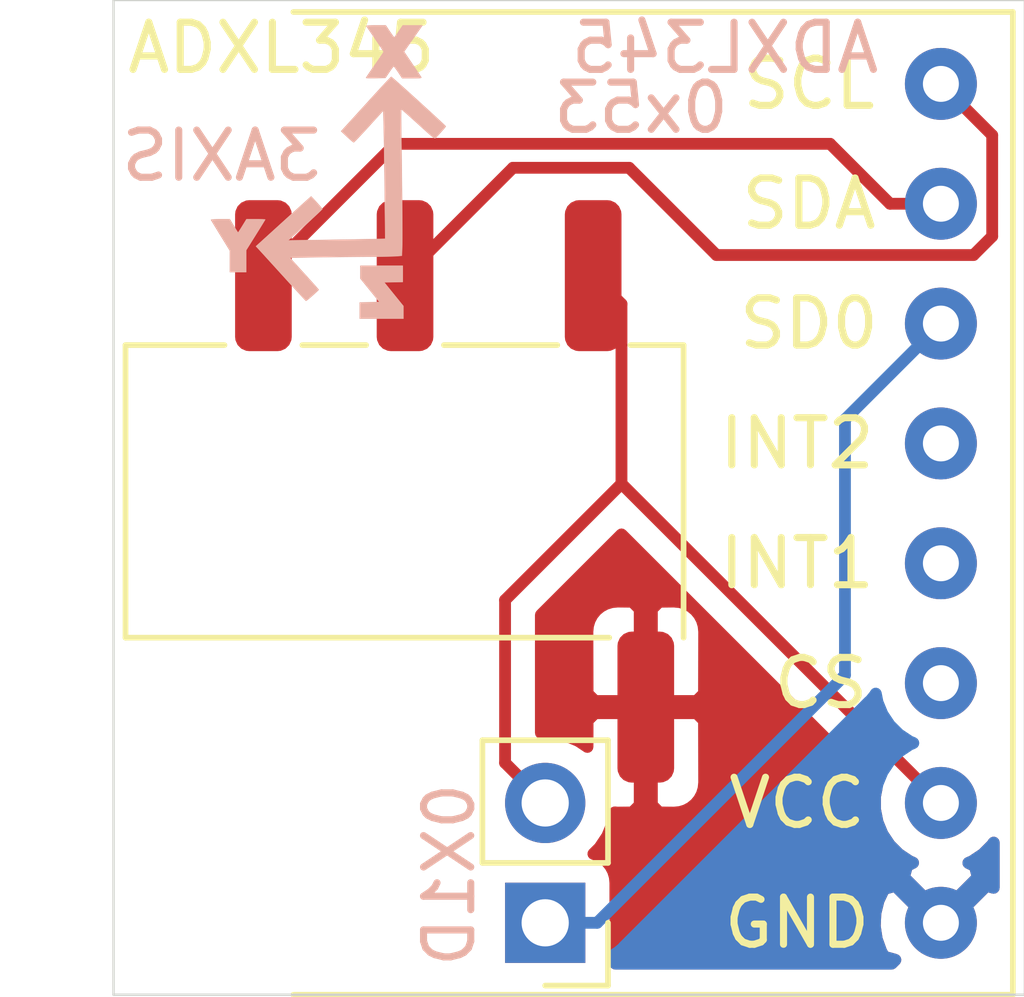
<source format=kicad_pcb>
(kicad_pcb (version 20171130) (host pcbnew "(5.1.5)-3")

  (general
    (thickness 1.6)
    (drawings 9)
    (tracks 21)
    (zones 0)
    (modules 4)
    (nets 9)
  )

  (page A4)
  (layers
    (0 F.Cu signal)
    (31 B.Cu signal)
    (32 B.Adhes user hide)
    (33 F.Adhes user hide)
    (34 B.Paste user hide)
    (35 F.Paste user hide)
    (36 B.SilkS user)
    (37 F.SilkS user)
    (38 B.Mask user hide)
    (39 F.Mask user)
    (40 Dwgs.User user hide)
    (41 Cmts.User user hide)
    (42 Eco1.User user hide)
    (43 Eco2.User user hide)
    (44 Edge.Cuts user hide)
    (45 Margin user hide)
    (46 B.CrtYd user hide)
    (47 F.CrtYd user hide)
    (48 B.Fab user hide)
    (49 F.Fab user hide)
  )

  (setup
    (last_trace_width 0.25)
    (trace_clearance 0.2)
    (zone_clearance 0.508)
    (zone_45_only no)
    (trace_min 0.2)
    (via_size 0.8)
    (via_drill 0.4)
    (via_min_size 0.4)
    (via_min_drill 0.3)
    (uvia_size 0.3)
    (uvia_drill 0.1)
    (uvias_allowed no)
    (uvia_min_size 0.2)
    (uvia_min_drill 0.1)
    (edge_width 0.05)
    (segment_width 0.2)
    (pcb_text_width 0.3)
    (pcb_text_size 1.5 1.5)
    (mod_edge_width 0.12)
    (mod_text_size 1 1)
    (mod_text_width 0.15)
    (pad_size 1.524 1.524)
    (pad_drill 0.762)
    (pad_to_mask_clearance 0.051)
    (solder_mask_min_width 0.25)
    (aux_axis_origin 0 0)
    (visible_elements 7FFFFFFF)
    (pcbplotparams
      (layerselection 0x010fc_ffffffff)
      (usegerberextensions false)
      (usegerberattributes false)
      (usegerberadvancedattributes false)
      (creategerberjobfile false)
      (excludeedgelayer true)
      (linewidth 0.100000)
      (plotframeref false)
      (viasonmask false)
      (mode 1)
      (useauxorigin false)
      (hpglpennumber 1)
      (hpglpenspeed 20)
      (hpglpendiameter 15.000000)
      (psnegative false)
      (psa4output false)
      (plotreference true)
      (plotvalue true)
      (plotinvisibletext false)
      (padsonsilk false)
      (subtractmaskfromsilk false)
      (outputformat 1)
      (mirror false)
      (drillshape 0)
      (scaleselection 1)
      (outputdirectory "gerbers/"))
  )

  (net 0 "")
  (net 1 GND)
  (net 2 SDA)
  (net 3 SCL)
  (net 4 +3V3)
  (net 5 "Net-(U1-Pad5)")
  (net 6 SD0)
  (net 7 "Net-(U1-Pad4)")
  (net 8 "Net-(U1-Pad3)")

  (net_class Default "Ceci est la Netclass par défaut."
    (clearance 0.2)
    (trace_width 0.25)
    (via_dia 0.8)
    (via_drill 0.4)
    (uvia_dia 0.3)
    (uvia_drill 0.1)
    (add_net +3V3)
    (add_net GND)
    (add_net "Net-(U1-Pad3)")
    (add_net "Net-(U1-Pad4)")
    (add_net "Net-(U1-Pad5)")
    (add_net SCL)
    (add_net SD0)
    (add_net SDA)
  )

  (module usini_sensors:module_adxl345 (layer F.Cu) (tedit 5FE09016) (tstamp 5FDC8C14)
    (at 179.324 24.892 180)
    (path /5FDC95CF)
    (fp_text reference U1 (at 0.508 -17.526) (layer F.SilkS) hide
      (effects (font (size 1 1) (thickness 0.15)))
    )
    (fp_text value module_adxl345 (at 4.572 4.826) (layer F.Fab)
      (effects (font (size 1 1) (thickness 0.15)))
    )
    (fp_text user SCL (at 2.794 2.54) (layer F.SilkS)
      (effects (font (size 1 1) (thickness 0.15)))
    )
    (fp_text user SDA (at 2.794 0) (layer F.SilkS)
      (effects (font (size 1 1) (thickness 0.15)))
    )
    (fp_text user SD0 (at 2.794 -2.54) (layer F.SilkS)
      (effects (font (size 1 1) (thickness 0.15)))
    )
    (fp_text user INT2 (at 3.048 -5.08) (layer F.SilkS)
      (effects (font (size 1 1) (thickness 0.15)))
    )
    (fp_text user INT1 (at 3.048 -7.62) (layer F.SilkS)
      (effects (font (size 1 1) (thickness 0.15)))
    )
    (fp_text user CS (at 2.54 -10.16) (layer F.SilkS)
      (effects (font (size 1 1) (thickness 0.15)))
    )
    (fp_text user VCC (at 3.048 -12.7) (layer F.SilkS)
      (effects (font (size 1 1) (thickness 0.15)))
    )
    (fp_text user GND (at 3.048 -15.24) (layer F.SilkS)
      (effects (font (size 1 1) (thickness 0.15)))
    )
    (fp_line (start -1.524 4.064) (end -1.524 -16.764) (layer F.SilkS) (width 0.12))
    (fp_line (start 13.716 4.064) (end -1.524 4.064) (layer F.SilkS) (width 0.12))
    (fp_line (start -1.524 -16.764) (end 13.716 -16.764) (layer F.SilkS) (width 0.12))
    (pad 8 thru_hole circle (at 0 2.54 180) (size 1.524 1.524) (drill 0.762) (layers *.Cu *.Mask)
      (net 3 SCL))
    (pad 7 thru_hole circle (at 0 0 180) (size 1.524 1.524) (drill 0.762) (layers *.Cu *.Mask)
      (net 2 SDA))
    (pad 6 thru_hole circle (at 0 -2.54 180) (size 1.524 1.524) (drill 0.762) (layers *.Cu *.Mask)
      (net 6 SD0))
    (pad 5 thru_hole circle (at 0 -5.08 180) (size 1.524 1.524) (drill 0.762) (layers *.Cu *.Mask)
      (net 5 "Net-(U1-Pad5)"))
    (pad 4 thru_hole circle (at 0 -7.62 180) (size 1.524 1.524) (drill 0.762) (layers *.Cu *.Mask)
      (net 7 "Net-(U1-Pad4)"))
    (pad 3 thru_hole circle (at 0 -10.16 180) (size 1.524 1.524) (drill 0.762) (layers *.Cu *.Mask)
      (net 8 "Net-(U1-Pad3)"))
    (pad 2 thru_hole circle (at 0 -12.7 180) (size 1.524 1.524) (drill 0.762) (layers *.Cu *.Mask)
      (net 4 +3V3))
    (pad 1 thru_hole circle (at 0 -15.24 180) (size 1.524 1.524) (drill 0.762) (layers *.Cu *.Mask)
      (net 1 GND))
    (model ${KISYS3DMOD}/Connector_PinHeader_2.54mm.3dshapes/PinHeader_1x08_P2.54mm_Vertical.step
      (offset (xyz 0 -2.5 9.5))
      (scale (xyz 1 1 1))
      (rotate (xyz -180 0 0))
    )
    (model ${KIPRJMOD}/usini_sensors.pretty/adxl345.step
      (offset (xyz 13.5 -3.5 10.8))
      (scale (xyz 1 1 1))
      (rotate (xyz 0 0 -90))
    )
    (model ${KISYS3DMOD}/Connector_PinSocket_2.54mm.3dshapes/PinSocket_1x08_P2.54mm_Vertical.step
      (offset (xyz 0 15.2 0))
      (scale (xyz 1 1 1))
      (rotate (xyz 0 0 0))
    )
  )

  (module usini_sensors:logo_accelerometer (layer B.Cu) (tedit 5FDB7EDE) (tstamp 5FDCE205)
    (at 166.116 24.384 180)
    (fp_text reference G*** (at -0.762 4.572) (layer B.SilkS) hide
      (effects (font (size 1.524 1.524) (thickness 0.3)) (justify mirror))
    )
    (fp_text value LOGO (at 0.254 -4.572) (layer B.SilkS) hide
      (effects (font (size 1.524 1.524) (thickness 0.3)) (justify mirror))
    )
    (fp_poly (pts (xy -1.723561 3.145117) (xy -1.687321 3.092105) (xy -1.656673 3.049945) (xy -1.635563 3.023915)
      (xy -1.628588 3.018117) (xy -1.616462 3.029781) (xy -1.592046 3.061254) (xy -1.559287 3.107259)
      (xy -1.533616 3.145117) (xy -1.449099 3.272117) (xy -1.239138 3.272117) (xy -1.145538 3.271083)
      (xy -1.080868 3.267998) (xy -1.04544 3.262883) (xy -1.038598 3.256875) (xy -1.049529 3.240454)
      (xy -1.074709 3.203253) (xy -1.1115 3.149146) (xy -1.157267 3.082009) (xy -1.209373 3.005717)
      (xy -1.226244 2.981042) (xy -1.279157 2.903254) (xy -1.325824 2.833839) (xy -1.363768 2.776549)
      (xy -1.390512 2.735135) (xy -1.403581 2.713347) (xy -1.40447 2.711113) (xy -1.396261 2.696672)
      (xy -1.373287 2.661489) (xy -1.338028 2.609225) (xy -1.292965 2.543543) (xy -1.240579 2.468103)
      (xy -1.217706 2.435411) (xy -1.163049 2.357057) (xy -1.114705 2.286979) (xy -1.075153 2.228836)
      (xy -1.046873 2.186289) (xy -1.032346 2.162996) (xy -1.030941 2.159867) (xy -1.044977 2.156824)
      (xy -1.083491 2.154814) (xy -1.141092 2.153969) (xy -1.212389 2.15442) (xy -1.236382 2.154843)
      (xy -1.441823 2.159) (xy -1.524 2.28175) (xy -1.559888 2.333832) (xy -1.590237 2.375058)
      (xy -1.610969 2.40004) (xy -1.617285 2.405014) (xy -1.629682 2.393567) (xy -1.654313 2.362268)
      (xy -1.687202 2.316373) (xy -1.71291 2.278529) (xy -1.797427 2.151529) (xy -2.005242 2.151529)
      (xy -2.090448 2.152101) (xy -2.149237 2.154034) (xy -2.185053 2.157656) (xy -2.201343 2.163292)
      (xy -2.202247 2.170206) (xy -2.190948 2.187716) (xy -2.165522 2.226023) (xy -2.128609 2.281187)
      (xy -2.082846 2.349269) (xy -2.030871 2.426328) (xy -2.01367 2.45178) (xy -1.835904 2.714678)
      (xy -2.030389 2.993398) (xy -2.224875 3.272117) (xy -1.808077 3.272117) (xy -1.723561 3.145117)) (layer B.SilkS) (width 0.01))
    (fp_poly (pts (xy 2.12965 -0.837545) (xy 2.190363 -0.839845) (xy 2.233222 -0.843283) (xy 2.252969 -0.847534)
      (xy 2.253628 -0.848858) (xy 2.24473 -0.864425) (xy 2.222303 -0.901867) (xy 2.188507 -0.957626)
      (xy 2.145505 -1.028145) (xy 2.095459 -1.109869) (xy 2.050677 -1.182754) (xy 1.852706 -1.5045)
      (xy 1.852706 -1.957294) (xy 1.509059 -1.957294) (xy 1.509059 -1.493733) (xy 1.307353 -1.171516)
      (xy 1.252596 -1.083807) (xy 1.203488 -1.004691) (xy 1.162143 -0.937611) (xy 1.130674 -0.88601)
      (xy 1.111196 -0.853332) (xy 1.105647 -0.843003) (xy 1.119672 -0.840687) (xy 1.158083 -0.838766)
      (xy 1.215386 -0.837413) (xy 1.286085 -0.836802) (xy 1.303618 -0.836784) (xy 1.501588 -0.836861)
      (xy 1.588732 -0.978725) (xy 1.623962 -1.035476) (xy 1.653187 -1.081422) (xy 1.673098 -1.111433)
      (xy 1.680273 -1.120589) (xy 1.689202 -1.108584) (xy 1.710057 -1.076029) (xy 1.73958 -1.028112)
      (xy 1.769375 -0.978647) (xy 1.854079 -0.836706) (xy 2.056343 -0.836706) (xy 2.12965 -0.837545)) (layer B.SilkS) (width 0.01))
    (fp_poly (pts (xy -1.552132 2.171698) (xy -1.522002 2.141231) (xy -1.476274 2.093306) (xy -1.417158 2.030286)
      (xy -1.346868 1.954533) (xy -1.267615 1.868409) (xy -1.18161 1.774277) (xy -1.154943 1.744961)
      (xy -1.06127 1.641905) (xy -0.968622 1.540026) (xy -0.880154 1.442787) (xy -0.799018 1.353653)
      (xy -0.728369 1.276089) (xy -0.67136 1.21356) (xy -0.631146 1.16953) (xy -0.629776 1.168033)
      (xy -0.502275 1.028713) (xy -0.628402 0.911016) (xy -0.679552 0.864385) (xy -0.723504 0.826357)
      (xy -0.755328 0.801067) (xy -0.769651 0.792601) (xy -0.783087 0.803096) (xy -0.813889 0.833155)
      (xy -0.859489 0.880081) (xy -0.917316 0.941177) (xy -0.984802 1.013747) (xy -1.059378 1.095092)
      (xy -1.090886 1.129781) (xy -1.397 1.46768) (xy -1.406242 1.111104) (xy -1.408052 1.032392)
      (xy -1.410104 0.927542) (xy -1.412343 0.800299) (xy -1.414713 0.654406) (xy -1.417155 0.493608)
      (xy -1.419614 0.321648) (xy -1.422033 0.14227) (xy -1.424356 -0.040783) (xy -1.426525 -0.223766)
      (xy -1.426806 -0.24851) (xy -1.438127 -1.25155) (xy -1.014152 -1.26045) (xy -0.897401 -1.262778)
      (xy -0.75766 -1.265362) (xy -0.601817 -1.268086) (xy -0.436764 -1.270837) (xy -0.269389 -1.273497)
      (xy -0.106582 -1.275952) (xy 0.014941 -1.27768) (xy 0.620059 -1.286011) (xy 0.556222 -1.229447)
      (xy 0.46041 -1.144137) (xy 0.364367 -1.057862) (xy 0.270678 -0.973012) (xy 0.181931 -0.891978)
      (xy 0.100709 -0.817151) (xy 0.0296 -0.750923) (xy -0.028811 -0.695682) (xy -0.071939 -0.653821)
      (xy -0.097197 -0.62773) (xy -0.102867 -0.620059) (xy -0.093409 -0.603777) (xy -0.067401 -0.570808)
      (xy -0.028922 -0.526085) (xy 0.013791 -0.47901) (xy 0.130871 -0.352903) (xy 0.174372 -0.389507)
      (xy 0.193937 -0.406706) (xy 0.233254 -0.441899) (xy 0.289977 -0.492965) (xy 0.36176 -0.557784)
      (xy 0.446256 -0.634235) (xy 0.541121 -0.720197) (xy 0.644008 -0.813549) (xy 0.75257 -0.912171)
      (xy 0.759089 -0.918097) (xy 1.300305 -1.410083) (xy 1.257077 -1.455836) (xy 1.238451 -1.475986)
      (xy 1.201938 -1.515884) (xy 1.149716 -1.573134) (xy 1.083965 -1.645343) (xy 1.006864 -1.730116)
      (xy 0.920591 -1.825057) (xy 0.827327 -1.927773) (xy 0.732758 -2.032) (xy 0.636287 -2.138211)
      (xy 0.54586 -2.237475) (xy 0.463469 -2.327629) (xy 0.391103 -2.406508) (xy 0.330753 -2.471949)
      (xy 0.28441 -2.521786) (xy 0.254063 -2.553856) (xy 0.241704 -2.565995) (xy 0.241628 -2.56603)
      (xy 0.227201 -2.558094) (xy 0.195486 -2.533812) (xy 0.151244 -2.497006) (xy 0.102005 -2.453971)
      (xy 0.051029 -2.407905) (xy 0.009379 -2.369201) (xy -0.018502 -2.342061) (xy -0.028188 -2.330824)
      (xy -0.018661 -2.318339) (xy 0.008602 -2.286567) (xy 0.051156 -2.23826) (xy 0.106555 -2.176166)
      (xy 0.172353 -2.103038) (xy 0.246103 -2.021624) (xy 0.277444 -1.987177) (xy 0.583686 -1.651)
      (xy 0.019167 -1.641901) (xy -0.137955 -1.639563) (xy -0.311841 -1.637309) (xy -0.493831 -1.63523)
      (xy -0.675268 -1.633417) (xy -0.847491 -1.631959) (xy -1.001842 -1.630948) (xy -1.054834 -1.630696)
      (xy -1.181117 -1.629905) (xy -1.302845 -1.628642) (xy -1.415509 -1.626989) (xy -1.5146 -1.625031)
      (xy -1.595606 -1.622853) (xy -1.65402 -1.620538) (xy -1.676807 -1.619079) (xy -1.7893 -1.60957)
      (xy -1.796967 -1.391227) (xy -1.798175 -1.341379) (xy -1.798953 -1.272167) (xy -1.799295 -1.182755)
      (xy -1.799193 -1.072307) (xy -1.798639 -0.939987) (xy -1.797627 -0.784959) (xy -1.796149 -0.606387)
      (xy -1.794199 -0.403435) (xy -1.791768 -0.175267) (xy -1.788849 0.078953) (xy -1.785435 0.360061)
      (xy -1.78152 0.668893) (xy -1.777095 1.006285) (xy -1.774311 1.213985) (xy -1.773581 1.301764)
      (xy -1.773815 1.378284) (xy -1.774926 1.438928) (xy -1.776829 1.479078) (xy -1.779437 1.494118)
      (xy -1.77953 1.494133) (xy -1.792384 1.484445) (xy -1.824562 1.456997) (xy -1.873343 1.414205)
      (xy -1.936006 1.358479) (xy -2.009829 1.292235) (xy -2.09209 1.217886) (xy -2.135661 1.17831)
      (xy -2.232378 1.090431) (xy -2.30949 1.020834) (xy -2.369446 0.967637) (xy -2.414691 0.928954)
      (xy -2.447673 0.902903) (xy -2.470838 0.887599) (xy -2.486633 0.881158) (xy -2.497506 0.881696)
      (xy -2.505903 0.887329) (xy -2.509216 0.890693) (xy -2.578962 0.965921) (xy -2.637174 1.030364)
      (xy -2.681519 1.081345) (xy -2.709668 1.116184) (xy -2.719294 1.132084) (xy -2.708588 1.144226)
      (xy -2.678153 1.17402) (xy -2.630509 1.219173) (xy -2.568179 1.27739) (xy -2.493684 1.34638)
      (xy -2.409546 1.423848) (xy -2.318287 1.5075) (xy -2.222429 1.595045) (xy -2.124493 1.684187)
      (xy -2.027001 1.772635) (xy -1.932475 1.858093) (xy -1.843436 1.93827) (xy -1.762407 2.010872)
      (xy -1.691909 2.073604) (xy -1.634464 2.124175) (xy -1.592594 2.16029) (xy -1.56882 2.179656)
      (xy -1.564452 2.182345) (xy -1.552132 2.171698)) (layer B.SilkS) (width 0.01))
    (fp_poly (pts (xy -0.911412 -2.093458) (xy -1.113533 -2.342876) (xy -1.315655 -2.592294) (xy -1.106063 -2.59644)
      (xy -0.89647 -2.600585) (xy -0.89647 -2.943412) (xy -1.822823 -2.943412) (xy -1.822823 -2.677584)
      (xy -1.415379 -2.173942) (xy -1.611631 -2.169773) (xy -1.807882 -2.165604) (xy -1.807882 -1.822824)
      (xy -0.911412 -1.822824) (xy -0.911412 -2.093458)) (layer B.SilkS) (width 0.01))
  )

  (module Connector_PinHeader_2.54mm:PinHeader_1x02_P2.54mm_Vertical (layer F.Cu) (tedit 5FDC6DC5) (tstamp 5FDA7515)
    (at 170.942 40.132 180)
    (descr "Through hole straight pin header, 1x02, 2.54mm pitch, single row")
    (tags "Through hole pin header THT 1x02 2.54mm single row")
    (path /5FDC9549)
    (fp_text reference J2 (at 2.54 -0.254 270) (layer F.SilkS) hide
      (effects (font (size 1 1) (thickness 0.15)))
    )
    (fp_text value "Jumper Address" (at -2.54 -0.508 270) (layer F.Fab)
      (effects (font (size 1 1) (thickness 0.15)))
    )
    (fp_text user %R (at 0 1.27 90) (layer F.Fab)
      (effects (font (size 1 1) (thickness 0.15)))
    )
    (fp_line (start -1.33 -1.33) (end 0 -1.33) (layer F.SilkS) (width 0.12))
    (fp_line (start -1.33 0) (end -1.33 -1.33) (layer F.SilkS) (width 0.12))
    (fp_line (start -1.33 1.27) (end 1.33 1.27) (layer F.SilkS) (width 0.12))
    (fp_line (start 1.33 1.27) (end 1.33 3.87) (layer F.SilkS) (width 0.12))
    (fp_line (start -1.33 1.27) (end -1.33 3.87) (layer F.SilkS) (width 0.12))
    (fp_line (start -1.33 3.87) (end 1.33 3.87) (layer F.SilkS) (width 0.12))
    (fp_line (start -1.27 -0.635) (end -0.635 -1.27) (layer F.Fab) (width 0.1))
    (fp_line (start -1.27 3.81) (end -1.27 -0.635) (layer F.Fab) (width 0.1))
    (fp_line (start 1.27 3.81) (end -1.27 3.81) (layer F.Fab) (width 0.1))
    (fp_line (start 1.27 -1.27) (end 1.27 3.81) (layer F.Fab) (width 0.1))
    (fp_line (start -0.635 -1.27) (end 1.27 -1.27) (layer F.Fab) (width 0.1))
    (pad 2 thru_hole oval (at 0 2.54 180) (size 1.7 1.7) (drill 1) (layers *.Cu *.Mask)
      (net 4 +3V3))
    (pad 1 thru_hole rect (at 0 0 180) (size 1.7 1.7) (drill 1) (layers *.Cu *.Mask)
      (net 6 SD0))
    (model ${KISYS3DMOD}/Connector_PinHeader_2.54mm.3dshapes/PinHeader_1x02_P2.54mm_Horizontal.wrl
      (at (xyz 0 0 0))
      (scale (xyz 1 1 1))
      (rotate (xyz 0 0 0))
    )
  )

  (module usini_sensors:jack_3.5mm_TRRS (layer F.Cu) (tedit 5FDB7F81) (tstamp 5FDA3052)
    (at 168.148 30.988)
    (descr "Headphones with microphone connector, 3.5mm, 4 pins (http://www.qingpu-electronics.com/en/products/WQP-PJ320D-72.html)")
    (tags "3.5mm jack mic microphone phones headphones 4pins audio plug")
    (path /5FDC3E76)
    (attr smd)
    (fp_text reference J1 (at -0.508 0.508 90) (layer F.SilkS) hide
      (effects (font (size 1 1) (thickness 0.15)))
    )
    (fp_text value AudioJack4 (at -0.025 6.35) (layer F.Fab)
      (effects (font (size 1 1) (thickness 0.15)))
    )
    (fp_circle (center 3.9 -2.35) (end 3.95 -2.1) (layer F.Fab) (width 0.12))
    (fp_line (start -6.096 -3.1) (end -6.096 3.1) (layer F.SilkS) (width 0.12))
    (fp_line (start -8.73 -5) (end 6.07 -5) (layer F.CrtYd) (width 0.05))
    (fp_line (start -8.73 5) (end 6.07 5) (layer F.CrtYd) (width 0.05))
    (fp_line (start 5.725 3.1) (end 5.725 -3.1) (layer F.SilkS) (width 0.12))
    (fp_line (start -8.73 5) (end -8.73 -5) (layer F.CrtYd) (width 0.05))
    (fp_line (start 6.07 5) (end 6.07 -5) (layer F.CrtYd) (width 0.05))
    (fp_line (start -6.096 -3.1) (end -4 -3.1) (layer F.SilkS) (width 0.12))
    (fp_line (start -2.35 -3.1) (end -1 -3.1) (layer F.SilkS) (width 0.12))
    (fp_line (start 0.65 -3.1) (end 3.05 -3.1) (layer F.SilkS) (width 0.12))
    (fp_line (start 4.6 -3.1) (end 5.725 -3.1) (layer F.SilkS) (width 0.12))
    (fp_line (start 4.15 3.1) (end -6.096 3.1) (layer F.SilkS) (width 0.12))
    (fp_line (start 5.575 -2.9) (end 5.575 2.9) (layer F.Fab) (width 0.1))
    (fp_line (start -6.096 -2.9) (end 5.575 -2.9) (layer F.Fab) (width 0.1))
    (fp_line (start -6.096 -2.3) (end -6.096 -2.9) (layer F.Fab) (width 0.1))
    (fp_line (start -8.225 -2.3) (end -6.096 -2.3) (layer F.Fab) (width 0.1))
    (fp_line (start -8.225 2.3) (end -8.225 -2.3) (layer F.Fab) (width 0.1))
    (fp_line (start -6.096 2.3) (end -8.225 2.3) (layer F.Fab) (width 0.1))
    (fp_line (start -6.096 2.9) (end -6.096 2.286) (layer F.Fab) (width 0.1))
    (fp_line (start 5.575 2.9) (end -6.096 2.9) (layer F.Fab) (width 0.1))
    (fp_text user %R (at -1.195 0) (layer F.Fab)
      (effects (font (size 1 1) (thickness 0.15)))
    )
    (pad "" np_thru_hole circle (at 2.225 0) (size 1.5 1.5) (drill 1.5) (layers *.Cu *.Mask))
    (pad "" np_thru_hole circle (at -4.775 0) (size 1.5 1.5) (drill 1.5) (layers *.Cu *.Mask))
    (pad R2 smd roundrect (at -3.175 -4.572) (size 1.2 3.2) (layers F.Cu F.Paste F.Mask) (roundrect_rratio 0.25)
      (net 2 SDA))
    (pad R1 smd roundrect (at -0.175 -4.572) (size 1.2 3.2) (layers F.Cu F.Paste F.Mask) (roundrect_rratio 0.25)
      (net 3 SCL))
    (pad T smd roundrect (at 3.81 -4.572) (size 1.2 3.2) (layers F.Cu F.Paste F.Mask) (roundrect_rratio 0.25)
      (net 4 +3V3))
    (pad S smd roundrect (at 4.925 4.572) (size 1.2 3.2) (layers F.Cu F.Paste F.Mask) (roundrect_rratio 0.25)
      (net 1 GND))
    (model ${KIPRJMOD}/usini_sensors.pretty/audio_3.5mm_trrs.step
      (offset (xyz 5.5 -3 0))
      (scale (xyz 1 1 1))
      (rotate (xyz 0 0 -90))
    )
  )

  (gr_text 3AXIS (at 164.084 23.876) (layer B.SilkS)
    (effects (font (size 1 1) (thickness 0.15)) (justify mirror))
  )
  (gr_text ADXL345 (at 165.354 21.59) (layer F.SilkS)
    (effects (font (size 1 1) (thickness 0.15)))
  )
  (gr_line (start 181.102 41.656) (end 181.102 20.574) (layer Edge.Cuts) (width 0.05))
  (gr_line (start 161.798 41.656) (end 181.102 41.656) (layer Edge.Cuts) (width 0.05))
  (gr_line (start 161.798 20.574) (end 161.798 41.656) (layer Edge.Cuts) (width 0.05))
  (gr_line (start 181.102 20.574) (end 161.798 20.574) (layer Edge.Cuts) (width 0.05))
  (gr_text 0X1D (at 168.91 39.116 90) (layer B.SilkS)
    (effects (font (size 1 1) (thickness 0.15)) (justify mirror))
  )
  (gr_text 0x53 (at 172.974 22.86) (layer B.SilkS)
    (effects (font (size 1 1) (thickness 0.15)) (justify mirror))
  )
  (gr_text ADXL345 (at 174.752 21.59) (layer B.SilkS)
    (effects (font (size 1 1) (thickness 0.15)) (justify mirror))
  )

  (segment (start 178.24637 24.892) (end 176.97637 23.622) (width 0.25) (layer F.Cu) (net 2))
  (segment (start 179.324 24.892) (end 178.24637 24.892) (width 0.25) (layer F.Cu) (net 2) (status 10))
  (segment (start 167.767 23.622) (end 164.973 26.416) (width 0.25) (layer F.Cu) (net 2) (status 20))
  (segment (start 176.97637 23.622) (end 167.767 23.622) (width 0.25) (layer F.Cu) (net 2))
  (segment (start 180.014999 25.979001) (end 174.569001 25.979001) (width 0.25) (layer F.Cu) (net 3))
  (segment (start 180.411001 25.582999) (end 180.014999 25.979001) (width 0.25) (layer F.Cu) (net 3))
  (segment (start 179.324 22.352) (end 180.411001 23.439001) (width 0.25) (layer F.Cu) (net 3) (status 10))
  (segment (start 180.411001 23.439001) (end 180.411001 25.582999) (width 0.25) (layer F.Cu) (net 3))
  (segment (start 174.569001 25.979001) (end 172.72 24.13) (width 0.25) (layer F.Cu) (net 3))
  (segment (start 170.259 24.13) (end 167.973 26.416) (width 0.25) (layer F.Cu) (net 3) (status 20))
  (segment (start 172.72 24.13) (end 170.259 24.13) (width 0.25) (layer F.Cu) (net 3))
  (segment (start 172.558 30.826) (end 179.324 37.592) (width 0.25) (layer F.Cu) (net 4) (status 20))
  (segment (start 171.958 26.416) (end 172.558 27.016) (width 0.25) (layer F.Cu) (net 4) (status 10))
  (segment (start 172.558 27.016) (end 172.558 30.826) (width 0.25) (layer F.Cu) (net 4))
  (segment (start 170.092001 33.291999) (end 172.558 30.826) (width 0.25) (layer F.Cu) (net 4))
  (segment (start 170.092001 36.742001) (end 170.092001 33.291999) (width 0.25) (layer F.Cu) (net 4))
  (segment (start 170.942 37.592) (end 170.092001 36.742001) (width 0.25) (layer F.Cu) (net 4) (status 10))
  (segment (start 177.292 34.882) (end 177.292 29.464) (width 0.25) (layer B.Cu) (net 6))
  (segment (start 172.042 40.132) (end 177.292 34.882) (width 0.25) (layer B.Cu) (net 6))
  (segment (start 170.942 40.132) (end 172.042 40.132) (width 0.25) (layer B.Cu) (net 6) (status 10))
  (segment (start 179.324 27.432) (end 177.292 29.464) (width 0.25) (layer B.Cu) (net 6) (status 10))

  (zone (net 1) (net_name GND) (layer F.Cu) (tstamp 5FE0D95D) (hatch edge 0.508)
    (connect_pads (clearance 0.508))
    (min_thickness 0.254)
    (fill yes (arc_segments 32) (thermal_gap 0.508) (thermal_bridge_width 0.508))
    (polygon
      (pts
        (xy 181.102 41.656) (xy 161.798 41.656) (xy 161.798 20.574) (xy 181.102 20.574)
      )
    )
    (filled_polygon
      (pts
        (xy 177.957628 37.30043) (xy 177.927 37.454408) (xy 177.927 37.729592) (xy 177.980686 37.99949) (xy 178.085995 38.253727)
        (xy 178.23888 38.482535) (xy 178.433465 38.67712) (xy 178.662273 38.830005) (xy 178.733943 38.859692) (xy 178.720977 38.864364)
        (xy 178.60502 38.926344) (xy 178.53804 39.166435) (xy 179.324 39.952395) (xy 180.10996 39.166435) (xy 180.04298 38.926344)
        (xy 179.90724 38.862515) (xy 179.985727 38.830005) (xy 180.214535 38.67712) (xy 180.40912 38.482535) (xy 180.442 38.433326)
        (xy 180.442 39.388566) (xy 180.289565 39.34604) (xy 179.503605 40.132) (xy 179.517748 40.146143) (xy 179.338143 40.325748)
        (xy 179.324 40.311605) (xy 179.309858 40.325748) (xy 179.130253 40.146143) (xy 179.144395 40.132) (xy 178.358435 39.34604)
        (xy 178.118344 39.41302) (xy 178.001244 39.662048) (xy 177.934977 39.929135) (xy 177.92209 40.204017) (xy 177.963078 40.476133)
        (xy 178.056364 40.735023) (xy 178.118344 40.85098) (xy 178.358433 40.917959) (xy 178.280392 40.996) (xy 172.428693 40.996)
        (xy 172.430072 40.982) (xy 172.430072 39.282) (xy 172.417812 39.157518) (xy 172.381502 39.03782) (xy 172.322537 38.927506)
        (xy 172.243185 38.830815) (xy 172.146494 38.751463) (xy 172.03618 38.692498) (xy 171.96362 38.670487) (xy 172.095475 38.538632)
        (xy 172.25799 38.295411) (xy 172.369932 38.025158) (xy 172.416215 37.792479) (xy 172.473 37.798072) (xy 172.78725 37.795)
        (xy 172.946 37.63625) (xy 172.946 35.687) (xy 173.2 35.687) (xy 173.2 37.63625) (xy 173.35875 37.795)
        (xy 173.673 37.798072) (xy 173.797482 37.785812) (xy 173.91718 37.749502) (xy 174.027494 37.690537) (xy 174.124185 37.611185)
        (xy 174.203537 37.514494) (xy 174.262502 37.40418) (xy 174.298812 37.284482) (xy 174.311072 37.16) (xy 174.308 35.84575)
        (xy 174.14925 35.687) (xy 173.2 35.687) (xy 172.946 35.687) (xy 171.99675 35.687) (xy 171.838 35.84575)
        (xy 171.836696 36.403822) (xy 171.645411 36.27601) (xy 171.375158 36.164068) (xy 171.08826 36.107) (xy 170.852001 36.107)
        (xy 170.852001 33.96) (xy 171.834928 33.96) (xy 171.838 35.27425) (xy 171.99675 35.433) (xy 172.946 35.433)
        (xy 172.946 33.48375) (xy 173.2 33.48375) (xy 173.2 35.433) (xy 174.14925 35.433) (xy 174.308 35.27425)
        (xy 174.311072 33.96) (xy 174.298812 33.835518) (xy 174.262502 33.71582) (xy 174.203537 33.605506) (xy 174.124185 33.508815)
        (xy 174.027494 33.429463) (xy 173.91718 33.370498) (xy 173.797482 33.334188) (xy 173.673 33.321928) (xy 173.35875 33.325)
        (xy 173.2 33.48375) (xy 172.946 33.48375) (xy 172.78725 33.325) (xy 172.473 33.321928) (xy 172.348518 33.334188)
        (xy 172.22882 33.370498) (xy 172.118506 33.429463) (xy 172.021815 33.508815) (xy 171.942463 33.605506) (xy 171.883498 33.71582)
        (xy 171.847188 33.835518) (xy 171.834928 33.96) (xy 170.852001 33.96) (xy 170.852001 33.6068) (xy 172.558 31.900801)
      )
    )
  )
  (zone (net 1) (net_name GND) (layer B.Cu) (tstamp 5FE0D95A) (hatch edge 0.508)
    (connect_pads (clearance 0.508))
    (min_thickness 0.254)
    (fill yes (arc_segments 32) (thermal_gap 0.508) (thermal_bridge_width 0.508))
    (polygon
      (pts
        (xy 181.102 41.656) (xy 161.798 41.656) (xy 161.798 20.574) (xy 181.102 20.574)
      )
    )
    (filled_polygon
      (pts
        (xy 177.980686 35.45949) (xy 178.085995 35.713727) (xy 178.23888 35.942535) (xy 178.433465 36.13712) (xy 178.662273 36.290005)
        (xy 178.739515 36.322) (xy 178.662273 36.353995) (xy 178.433465 36.50688) (xy 178.23888 36.701465) (xy 178.085995 36.930273)
        (xy 177.980686 37.18451) (xy 177.927 37.454408) (xy 177.927 37.729592) (xy 177.980686 37.99949) (xy 178.085995 38.253727)
        (xy 178.23888 38.482535) (xy 178.433465 38.67712) (xy 178.662273 38.830005) (xy 178.733943 38.859692) (xy 178.720977 38.864364)
        (xy 178.60502 38.926344) (xy 178.53804 39.166435) (xy 179.324 39.952395) (xy 180.10996 39.166435) (xy 180.04298 38.926344)
        (xy 179.90724 38.862515) (xy 179.985727 38.830005) (xy 180.214535 38.67712) (xy 180.40912 38.482535) (xy 180.442 38.433326)
        (xy 180.442 39.388566) (xy 180.289565 39.34604) (xy 179.503605 40.132) (xy 179.517748 40.146143) (xy 179.338143 40.325748)
        (xy 179.324 40.311605) (xy 179.309858 40.325748) (xy 179.130253 40.146143) (xy 179.144395 40.132) (xy 178.358435 39.34604)
        (xy 178.118344 39.41302) (xy 178.001244 39.662048) (xy 177.934977 39.929135) (xy 177.92209 40.204017) (xy 177.963078 40.476133)
        (xy 178.056364 40.735023) (xy 178.118344 40.85098) (xy 178.358433 40.917959) (xy 178.280392 40.996) (xy 172.428693 40.996)
        (xy 172.430072 40.982) (xy 172.430072 40.786326) (xy 172.466276 40.766974) (xy 172.582001 40.672001) (xy 172.605804 40.642997)
        (xy 177.803004 35.445798) (xy 177.832001 35.422001) (xy 177.926974 35.306276) (xy 177.943908 35.274595)
      )
    )
  )
)

</source>
